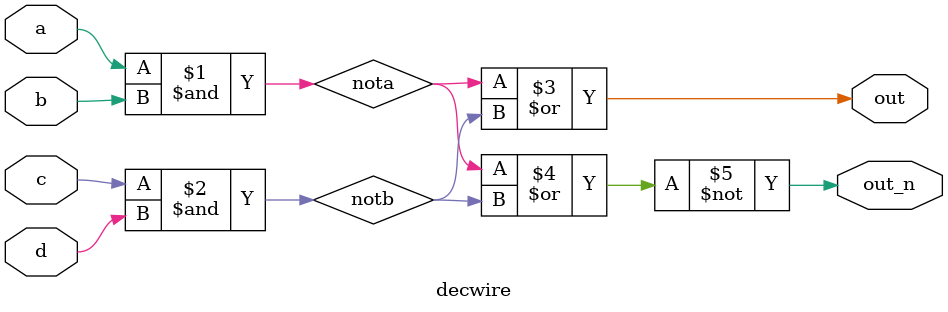
<source format=v>
module decwire( 
    input a, 
    input b, 
    input c,
    input d,
    output out,
    output out_n );
   wire nota = a&b;
   wire notb = c&d;
   assign out = nota | notb;
   assign out_n = ~(nota | notb);
   //同或门
endmodule
</source>
